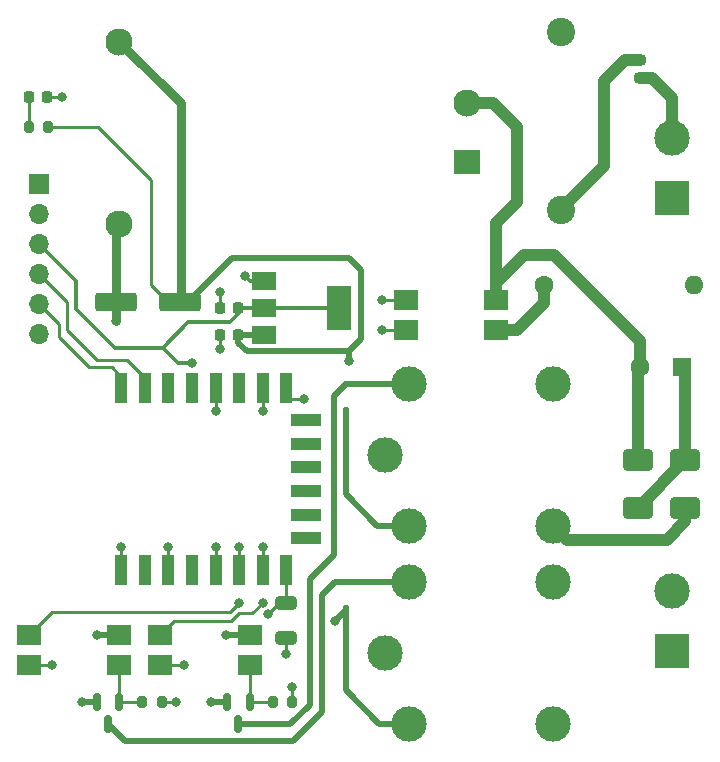
<source format=gtl>
G04 #@! TF.GenerationSoftware,KiCad,Pcbnew,7.0.8*
G04 #@! TF.CreationDate,2024-02-21T14:09:26-03:00*
G04 #@! TF.ProjectId,lamp_module,6c616d70-5f6d-46f6-9475-6c652e6b6963,1.0*
G04 #@! TF.SameCoordinates,Original*
G04 #@! TF.FileFunction,Copper,L1,Top*
G04 #@! TF.FilePolarity,Positive*
%FSLAX46Y46*%
G04 Gerber Fmt 4.6, Leading zero omitted, Abs format (unit mm)*
G04 Created by KiCad (PCBNEW 7.0.8) date 2024-02-21 14:09:26*
%MOMM*%
%LPD*%
G01*
G04 APERTURE LIST*
G04 Aperture macros list*
%AMRoundRect*
0 Rectangle with rounded corners*
0 $1 Rounding radius*
0 $2 $3 $4 $5 $6 $7 $8 $9 X,Y pos of 4 corners*
0 Add a 4 corners polygon primitive as box body*
4,1,4,$2,$3,$4,$5,$6,$7,$8,$9,$2,$3,0*
0 Add four circle primitives for the rounded corners*
1,1,$1+$1,$2,$3*
1,1,$1+$1,$4,$5*
1,1,$1+$1,$6,$7*
1,1,$1+$1,$8,$9*
0 Add four rect primitives between the rounded corners*
20,1,$1+$1,$2,$3,$4,$5,0*
20,1,$1+$1,$4,$5,$6,$7,0*
20,1,$1+$1,$6,$7,$8,$9,0*
20,1,$1+$1,$8,$9,$2,$3,0*%
G04 Aperture macros list end*
G04 #@! TA.AperFunction,SMDPad,CuDef*
%ADD10R,2.000000X1.780000*%
G04 #@! TD*
G04 #@! TA.AperFunction,SMDPad,CuDef*
%ADD11RoundRect,0.200000X-0.200000X-0.275000X0.200000X-0.275000X0.200000X0.275000X-0.200000X0.275000X0*%
G04 #@! TD*
G04 #@! TA.AperFunction,SMDPad,CuDef*
%ADD12RoundRect,0.250000X1.000000X0.650000X-1.000000X0.650000X-1.000000X-0.650000X1.000000X-0.650000X0*%
G04 #@! TD*
G04 #@! TA.AperFunction,SMDPad,CuDef*
%ADD13RoundRect,0.250000X-1.000000X-0.650000X1.000000X-0.650000X1.000000X0.650000X-1.000000X0.650000X0*%
G04 #@! TD*
G04 #@! TA.AperFunction,ComponentPad*
%ADD14R,3.000000X3.000000*%
G04 #@! TD*
G04 #@! TA.AperFunction,ComponentPad*
%ADD15C,3.000000*%
G04 #@! TD*
G04 #@! TA.AperFunction,ComponentPad*
%ADD16C,1.600000*%
G04 #@! TD*
G04 #@! TA.AperFunction,ComponentPad*
%ADD17O,1.600000X1.600000*%
G04 #@! TD*
G04 #@! TA.AperFunction,SMDPad,CuDef*
%ADD18RoundRect,0.150000X-0.150000X0.587500X-0.150000X-0.587500X0.150000X-0.587500X0.150000X0.587500X0*%
G04 #@! TD*
G04 #@! TA.AperFunction,SMDPad,CuDef*
%ADD19RoundRect,0.250000X-0.650000X0.325000X-0.650000X-0.325000X0.650000X-0.325000X0.650000X0.325000X0*%
G04 #@! TD*
G04 #@! TA.AperFunction,SMDPad,CuDef*
%ADD20RoundRect,0.125000X0.125000X-0.125000X0.125000X0.125000X-0.125000X0.125000X-0.125000X-0.125000X0*%
G04 #@! TD*
G04 #@! TA.AperFunction,SMDPad,CuDef*
%ADD21RoundRect,0.218750X0.218750X0.256250X-0.218750X0.256250X-0.218750X-0.256250X0.218750X-0.256250X0*%
G04 #@! TD*
G04 #@! TA.AperFunction,SMDPad,CuDef*
%ADD22R,2.000000X1.500000*%
G04 #@! TD*
G04 #@! TA.AperFunction,SMDPad,CuDef*
%ADD23R,2.000000X3.800000*%
G04 #@! TD*
G04 #@! TA.AperFunction,ComponentPad*
%ADD24R,1.600000X1.600000*%
G04 #@! TD*
G04 #@! TA.AperFunction,SMDPad,CuDef*
%ADD25RoundRect,0.250000X1.500000X0.550000X-1.500000X0.550000X-1.500000X-0.550000X1.500000X-0.550000X0*%
G04 #@! TD*
G04 #@! TA.AperFunction,SMDPad,CuDef*
%ADD26R,1.100000X2.500000*%
G04 #@! TD*
G04 #@! TA.AperFunction,SMDPad,CuDef*
%ADD27R,2.500000X1.100000*%
G04 #@! TD*
G04 #@! TA.AperFunction,SMDPad,CuDef*
%ADD28RoundRect,0.225000X0.225000X0.250000X-0.225000X0.250000X-0.225000X-0.250000X0.225000X-0.250000X0*%
G04 #@! TD*
G04 #@! TA.AperFunction,ComponentPad*
%ADD29C,2.400000*%
G04 #@! TD*
G04 #@! TA.AperFunction,SMDPad,CuDef*
%ADD30RoundRect,0.218750X0.256250X-0.218750X0.256250X0.218750X-0.256250X0.218750X-0.256250X-0.218750X0*%
G04 #@! TD*
G04 #@! TA.AperFunction,ComponentPad*
%ADD31R,1.700000X1.700000*%
G04 #@! TD*
G04 #@! TA.AperFunction,ComponentPad*
%ADD32O,1.700000X1.700000*%
G04 #@! TD*
G04 #@! TA.AperFunction,ComponentPad*
%ADD33R,2.300000X2.000000*%
G04 #@! TD*
G04 #@! TA.AperFunction,ComponentPad*
%ADD34C,2.300000*%
G04 #@! TD*
G04 #@! TA.AperFunction,ViaPad*
%ADD35C,0.800000*%
G04 #@! TD*
G04 #@! TA.AperFunction,Conductor*
%ADD36C,1.000000*%
G04 #@! TD*
G04 #@! TA.AperFunction,Conductor*
%ADD37C,0.500000*%
G04 #@! TD*
G04 #@! TA.AperFunction,Conductor*
%ADD38C,0.250000*%
G04 #@! TD*
G04 #@! TA.AperFunction,Conductor*
%ADD39C,0.750000*%
G04 #@! TD*
G04 #@! TA.AperFunction,Conductor*
%ADD40C,0.350000*%
G04 #@! TD*
G04 APERTURE END LIST*
D10*
X131869750Y-122580250D03*
X131869750Y-125120250D03*
X139489750Y-125120250D03*
X139489750Y-122580250D03*
D11*
X141458750Y-128226250D03*
X143108750Y-128226250D03*
D12*
X176390599Y-107786250D03*
X172390599Y-107786250D03*
D13*
X172390599Y-111850250D03*
X176390599Y-111850250D03*
D14*
X175260000Y-85582250D03*
D15*
X175260000Y-80502250D03*
D11*
X130409750Y-128226250D03*
X132059750Y-128226250D03*
D16*
X164381750Y-92920250D03*
D17*
X177081750Y-92920250D03*
D18*
X128425750Y-128226250D03*
X126525750Y-128226250D03*
X127475750Y-130101250D03*
D15*
X150943750Y-107316250D03*
X165143750Y-101316250D03*
X165143750Y-113316250D03*
X152943750Y-113316250D03*
X152943750Y-101316250D03*
D19*
X142599750Y-119825250D03*
X142599750Y-122775250D03*
D20*
X147617750Y-120266250D03*
X147617750Y-118066250D03*
D14*
X175260000Y-123952000D03*
D15*
X175260000Y-118872000D03*
D18*
X139489750Y-128226250D03*
X137589750Y-128226250D03*
X138539750Y-130101250D03*
D21*
X122370250Y-77045250D03*
X120795250Y-77045250D03*
D11*
X120777750Y-79585250D03*
X122427750Y-79585250D03*
D22*
X140735750Y-92550250D03*
X140735750Y-94850250D03*
D23*
X147035750Y-94850250D03*
D22*
X140735750Y-97150250D03*
D24*
X176065750Y-99905250D03*
D16*
X172565750Y-99905250D03*
D25*
X133585750Y-94350250D03*
X128185750Y-94350250D03*
D26*
X128599750Y-117050250D03*
X130599750Y-117050250D03*
X132599750Y-117050250D03*
X134599750Y-117050250D03*
X136599750Y-117050250D03*
X138599750Y-117050250D03*
X140599750Y-117050250D03*
X142599750Y-117050250D03*
X142599750Y-101650250D03*
X140599750Y-101650250D03*
X138599750Y-101650250D03*
X136599750Y-101650250D03*
X134599750Y-101650250D03*
X132599750Y-101650250D03*
X130599750Y-101650250D03*
X128599750Y-101650250D03*
D27*
X144299750Y-114360250D03*
X144299750Y-112360250D03*
X144299750Y-110360250D03*
X144299750Y-108360250D03*
X144299750Y-106360250D03*
X144299750Y-104360250D03*
D15*
X150943750Y-124066250D03*
X165143750Y-118066250D03*
X165143750Y-130066250D03*
X152943750Y-130066250D03*
X152943750Y-118066250D03*
D20*
X147617750Y-103516250D03*
X147617750Y-101316250D03*
D28*
X138543250Y-94850250D03*
X136993250Y-94850250D03*
D29*
X165862000Y-86542250D03*
X165862000Y-71542250D03*
D10*
X160317750Y-96730250D03*
X160317750Y-94190250D03*
X152697750Y-94190250D03*
X152697750Y-96730250D03*
X120805750Y-122580250D03*
X120805750Y-125120250D03*
X128425750Y-125120250D03*
X128425750Y-122580250D03*
D30*
X172541750Y-75419750D03*
X172541750Y-73844750D03*
D31*
X121615750Y-84350250D03*
D32*
X121615750Y-86890250D03*
X121615750Y-89430250D03*
X121615750Y-91970250D03*
X121615750Y-94510250D03*
X121615750Y-97050250D03*
D28*
X138543250Y-97150250D03*
X136993250Y-97150250D03*
D33*
X157862250Y-82542250D03*
D34*
X157862250Y-77542250D03*
X128462250Y-87742250D03*
X128462250Y-72342250D03*
D35*
X137457750Y-122580250D03*
X147871750Y-99397250D03*
X126535750Y-122580250D03*
X146728750Y-121368250D03*
X139108750Y-92158250D03*
X133266750Y-128226250D03*
X123614750Y-77045250D03*
X125265750Y-128226250D03*
X136187750Y-128226250D03*
X143108750Y-126956250D03*
X136993250Y-93555250D03*
X128185750Y-95968250D03*
X144061750Y-102572250D03*
X142599750Y-124162250D03*
X133901750Y-125120250D03*
X150665750Y-94190250D03*
X122725750Y-125120250D03*
X136993250Y-98381250D03*
X134599750Y-99524250D03*
X141011401Y-120755045D03*
X132599750Y-115145250D03*
X128599750Y-115145250D03*
X136599750Y-103588250D03*
X140599750Y-103588250D03*
X140599750Y-119844250D03*
X140599750Y-115145250D03*
X138600750Y-119844250D03*
X138599750Y-115145250D03*
X150665750Y-96730250D03*
X136599750Y-115145250D03*
D36*
X171265250Y-73844750D02*
X172541750Y-73844750D01*
X165862000Y-86542250D02*
X165862000Y-86487000D01*
X169461750Y-75648250D02*
X171265250Y-73844750D01*
X165862000Y-86487000D02*
X169461750Y-82887250D01*
X169461750Y-82887250D02*
X169461750Y-75648250D01*
X160317750Y-94190250D02*
X160317750Y-92793250D01*
X172565750Y-97675250D02*
X172565750Y-99905250D01*
X172390599Y-100080401D02*
X172565750Y-99905250D01*
X162095750Y-79585250D02*
X160052750Y-77542250D01*
X160317750Y-92793250D02*
X162730750Y-90380250D01*
X160317750Y-87713250D02*
X162095750Y-85935250D01*
X160317750Y-94190250D02*
X160317750Y-87713250D01*
X160052750Y-77542250D02*
X157862250Y-77542250D01*
X162730750Y-90380250D02*
X165270750Y-90380250D01*
X172390599Y-107786250D02*
X172390599Y-100080401D01*
X162095750Y-85935250D02*
X162095750Y-79585250D01*
X165270750Y-90380250D02*
X172565750Y-97675250D01*
D37*
X138543250Y-97815750D02*
X139235750Y-98508250D01*
X148887750Y-97492250D02*
X148887750Y-91650250D01*
D38*
X132537750Y-94350250D02*
X131107750Y-92920250D01*
D37*
X147617750Y-103516250D02*
X147617750Y-110636750D01*
D39*
X133647750Y-94288250D02*
X133585750Y-94350250D01*
D37*
X147617750Y-120266250D02*
X147617750Y-127210250D01*
D39*
X128462250Y-72342250D02*
X133647750Y-77527750D01*
D37*
X139235750Y-98508250D02*
X147871750Y-98508250D01*
X150297250Y-113316250D02*
X152943750Y-113316250D01*
D39*
X133647750Y-77527750D02*
X133647750Y-94288250D01*
D37*
X147617750Y-120479250D02*
X146728750Y-121368250D01*
X147617750Y-110636750D02*
X150297250Y-113316250D01*
D38*
X131107750Y-84030250D02*
X126662750Y-79585250D01*
D37*
X139489750Y-122580250D02*
X137457750Y-122580250D01*
X134249750Y-94350250D02*
X133585750Y-94350250D01*
X150473750Y-130066250D02*
X152943750Y-130066250D01*
D38*
X126662750Y-79585250D02*
X122427750Y-79585250D01*
D37*
X138543250Y-97150250D02*
X140735750Y-97150250D01*
X147617750Y-120266250D02*
X147617750Y-120479250D01*
X147871750Y-90634250D02*
X137965750Y-90634250D01*
X147617750Y-127210250D02*
X150473750Y-130066250D01*
X147871750Y-98508250D02*
X148887750Y-97492250D01*
D38*
X131107750Y-92920250D02*
X131107750Y-84030250D01*
D37*
X147871750Y-98508250D02*
X147871750Y-99397250D01*
X148887750Y-91650250D02*
X147871750Y-90634250D01*
X128425750Y-122580250D02*
X126535750Y-122580250D01*
D38*
X133585750Y-94350250D02*
X132537750Y-94350250D01*
D37*
X137965750Y-90634250D02*
X134249750Y-94350250D01*
X138543250Y-97150250D02*
X138543250Y-97815750D01*
D38*
X143108750Y-128226250D02*
X143108750Y-126956250D01*
X142821750Y-102572250D02*
X142599750Y-102350250D01*
D37*
X126525750Y-128226250D02*
X125265750Y-128226250D01*
D38*
X132059750Y-128226250D02*
X133266750Y-128226250D01*
X131869750Y-125120250D02*
X133901750Y-125120250D01*
X136993250Y-94850250D02*
X136993250Y-93555250D01*
D39*
X128185750Y-94350250D02*
X128185750Y-88018750D01*
D38*
X120805750Y-125120250D02*
X122725750Y-125120250D01*
D40*
X140735750Y-92550250D02*
X139500750Y-92550250D01*
D39*
X128185750Y-94350250D02*
X128185750Y-95968250D01*
D38*
X122350250Y-77045250D02*
X123614750Y-77045250D01*
X142599750Y-122775250D02*
X142599750Y-124162250D01*
X150665750Y-94190250D02*
X152697750Y-94190250D01*
X136993250Y-98381250D02*
X136993250Y-97150250D01*
D37*
X137589750Y-128226250D02*
X136187750Y-128226250D01*
D40*
X139500750Y-92550250D02*
X139108750Y-92158250D01*
D38*
X144061750Y-102572250D02*
X142821750Y-102572250D01*
X128185750Y-88018750D02*
X128462250Y-87742250D01*
X142599750Y-119825250D02*
X142599750Y-116350250D01*
D40*
X138543250Y-94850250D02*
X140735750Y-94850250D01*
X134282750Y-96095250D02*
X137838750Y-96095250D01*
X133393750Y-99524250D02*
X134409750Y-99524250D01*
X132123750Y-98254250D02*
X133393750Y-99524250D01*
X138543250Y-95390750D02*
X138543250Y-94850250D01*
X124757750Y-94952250D02*
X128059750Y-98254250D01*
D38*
X142599750Y-119825250D02*
X141941196Y-119825250D01*
D40*
X124757750Y-92572250D02*
X124757750Y-94952250D01*
X121615750Y-89430250D02*
X124757750Y-92572250D01*
X132123750Y-98254250D02*
X134282750Y-96095250D01*
X128059750Y-98254250D02*
X132123750Y-98254250D01*
X137838750Y-96095250D02*
X138543250Y-95390750D01*
X140735750Y-94850250D02*
X147035750Y-94850250D01*
D38*
X141941196Y-119825250D02*
X141011401Y-120755045D01*
D36*
X176390599Y-107786250D02*
X176390599Y-100230099D01*
X172390599Y-111850250D02*
X172390599Y-111786250D01*
X176390599Y-100230099D02*
X176065750Y-99905250D01*
X172390599Y-111786250D02*
X176390599Y-107786250D01*
D37*
X146601750Y-102332250D02*
X147617750Y-101316250D01*
X144569750Y-128480250D02*
X144569750Y-117812250D01*
X138539750Y-130101250D02*
X142948750Y-130101250D01*
X147617750Y-101316250D02*
X152943750Y-101316250D01*
X142948750Y-130101250D02*
X144569750Y-128480250D01*
X144569750Y-117812250D02*
X146601750Y-115780250D01*
X146601750Y-115780250D02*
X146601750Y-102332250D01*
X143172750Y-131528250D02*
X145585750Y-129115250D01*
X145585750Y-129115250D02*
X145585750Y-119209250D01*
X127475750Y-130101250D02*
X128902750Y-131528250D01*
X147617750Y-118066250D02*
X152943750Y-118066250D01*
X145585750Y-119209250D02*
X146728750Y-118066250D01*
X146728750Y-118066250D02*
X147617750Y-118066250D01*
X128902750Y-131528250D02*
X143172750Y-131528250D01*
D36*
X176390599Y-111850250D02*
X176390599Y-112915401D01*
X174795750Y-114510250D02*
X166337750Y-114510250D01*
X176390599Y-112915401D02*
X174795750Y-114510250D01*
X166337750Y-114510250D02*
X165143750Y-113316250D01*
D38*
X120795250Y-77045250D02*
X120795250Y-79567750D01*
D36*
X175260000Y-80502250D02*
X175260000Y-77089000D01*
X173590750Y-75419750D02*
X172541750Y-75419750D01*
X175260000Y-77089000D02*
X173590750Y-75419750D01*
D38*
X130599750Y-102350250D02*
X130599750Y-100794250D01*
X130599750Y-100794250D02*
X129075750Y-99270250D01*
X123995750Y-96730250D02*
X123995750Y-94350250D01*
X129075750Y-99270250D02*
X126535750Y-99270250D01*
X126535750Y-99270250D02*
X123995750Y-96730250D01*
X123995750Y-94350250D02*
X121615750Y-91970250D01*
X125900750Y-99905250D02*
X123360750Y-97365250D01*
X123360750Y-97365250D02*
X123360750Y-96255250D01*
X128599750Y-100699250D02*
X127805750Y-99905250D01*
X123360750Y-96255250D02*
X121615750Y-94510250D01*
X127805750Y-99905250D02*
X125900750Y-99905250D01*
X128599750Y-102350250D02*
X128599750Y-100699250D01*
X139489750Y-128226250D02*
X139489750Y-125120250D01*
X141458750Y-128226250D02*
X139489750Y-128226250D01*
X130409750Y-128226250D02*
X128425750Y-128226250D01*
X128425750Y-128226250D02*
X128425750Y-125120250D01*
X132599750Y-116350250D02*
X132599750Y-115018250D01*
X128599750Y-115145250D02*
X128599750Y-116350250D01*
X136568750Y-103588250D02*
X136599750Y-103557250D01*
X136599750Y-103557250D02*
X136599750Y-102350250D01*
X140599750Y-103588250D02*
X140599750Y-102350250D01*
X133081750Y-121368250D02*
X137941750Y-121368250D01*
X137941750Y-121368250D02*
X138576750Y-120733250D01*
X131869750Y-122580250D02*
X133081750Y-121368250D01*
X139710750Y-120733250D02*
X140599750Y-119844250D01*
X138576750Y-120733250D02*
X139710750Y-120733250D01*
X140599750Y-115018250D02*
X140599750Y-116350250D01*
X138600750Y-119844250D02*
X137838750Y-120606250D01*
X137838750Y-120606250D02*
X122779750Y-120606250D01*
X122779750Y-120606250D02*
X120805750Y-122580250D01*
X138599750Y-115018250D02*
X138599750Y-116350250D01*
D36*
X160317750Y-96730250D02*
X162095750Y-96730250D01*
X162095750Y-96730250D02*
X164381750Y-94444250D01*
X164381750Y-94444250D02*
X164381750Y-92920250D01*
D38*
X136599750Y-115018250D02*
X136599750Y-116350250D01*
X152697750Y-96730250D02*
X150665750Y-96730250D01*
M02*

</source>
